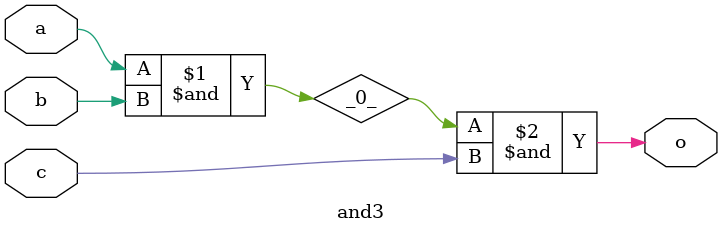
<source format=v>
/* Generated by Yosys 0.16+65 (git sha1 UNKNOWN, gcc 9.4.0-1ubuntu1~20.04.1 -fPIC -Os) */

(* top =  1  *)
module and3(a, b, c, o);
  wire _0_;
  input a;
  wire a;
  input b;
  wire b;
  input c;
  wire c;
  output o;
  wire o;
  assign _0_ = a & b;
  assign o = _0_ & c;
endmodule

</source>
